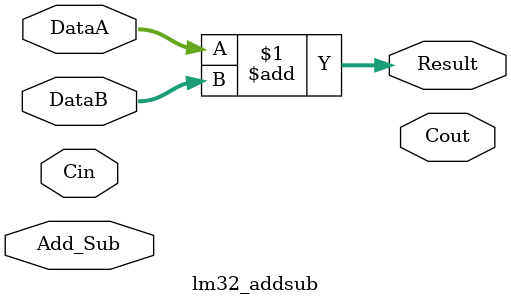
<source format=v>


module lm32_addsub (
    // ----- Inputs -------
    DataA, 
    DataB, 
    Cin, 
    Add_Sub, 
    // ----- Outputs -------
    Result, 
    Cout
    );

/////////////////////////////////////////////////////
// Inputs
/////////////////////////////////////////////////////

input [31:0] DataA;
input [31:0] DataB;
input Cin;
input Add_Sub;

/////////////////////////////////////////////////////
// Outputs
/////////////////////////////////////////////////////

output [31:0] Result;
wire   [31:0] Result;
output Cout;
wire   Cout;

/////////////////////////////////////////////////////
// Instantiations
///////////////////////////////////////////////////// 

//pmi_addsub #(
//    // ----- Parameters -------
//    .pmi_data_width     (32),
//    .pmi_result_width   (32),
//    .pmi_sign           ("off"),
//    .pmi_family         ("ECP"),
//    .module_type        ("pmi_addsub")
//  ) addsub (
    // ----- Inputs -------
//    .DataA              (DataA),
//    .DataB              (DataB),
//    .Cin                (Cin),
//    .Add_Sub            (Add_Sub),
    // ----- Outputs -------
//    .Result             (Result),
//    .Cout               (Cout),
//    .Overflow           ()
//    );

assign Result = DataA + DataB;

//my_addsub(
//	.A	(DataA),
//	.B	(DataB),
//	.C_IN	(Cin),
//	.C_OUT	(Cout),
//	.ADD	(Add_Sub),
//	.S	(Result)
//	);

endmodule

</source>
